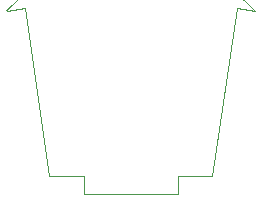
<source format=gbr>
%TF.GenerationSoftware,KiCad,Pcbnew,8.0.2*%
%TF.CreationDate,2024-10-24T00:19:12+02:00*%
%TF.ProjectId,sidePanel,73696465-5061-46e6-956c-2e6b69636164,rev?*%
%TF.SameCoordinates,Original*%
%TF.FileFunction,Profile,NP*%
%FSLAX46Y46*%
G04 Gerber Fmt 4.6, Leading zero omitted, Abs format (unit mm)*
G04 Created by KiCad (PCBNEW 8.0.2) date 2024-10-24 00:19:12*
%MOMM*%
%LPD*%
G01*
G04 APERTURE LIST*
%TA.AperFunction,Profile*%
%ADD10C,0.100000*%
%TD*%
G04 APERTURE END LIST*
D10*
X145034000Y-107212000D02*
X145034000Y-108712000D01*
X147934000Y-107212000D02*
X145034000Y-107212000D01*
X151534000Y-93212000D02*
X150034000Y-93012000D01*
X147934000Y-107212000D02*
X150034000Y-93012000D01*
X137034000Y-107212000D02*
X137034000Y-108712000D01*
X138534000Y-108712000D02*
X137034000Y-108712000D01*
X132034000Y-93012000D02*
X134134000Y-107212000D01*
X132034000Y-93012000D02*
X130534000Y-93212000D01*
X145034000Y-108712000D02*
X138534000Y-108712000D01*
X137034000Y-107212000D02*
X134134000Y-107212000D01*
X130534000Y-93212000D02*
G75*
G02*
X151534000Y-93212000I10500000J-10000000D01*
G01*
M02*

</source>
